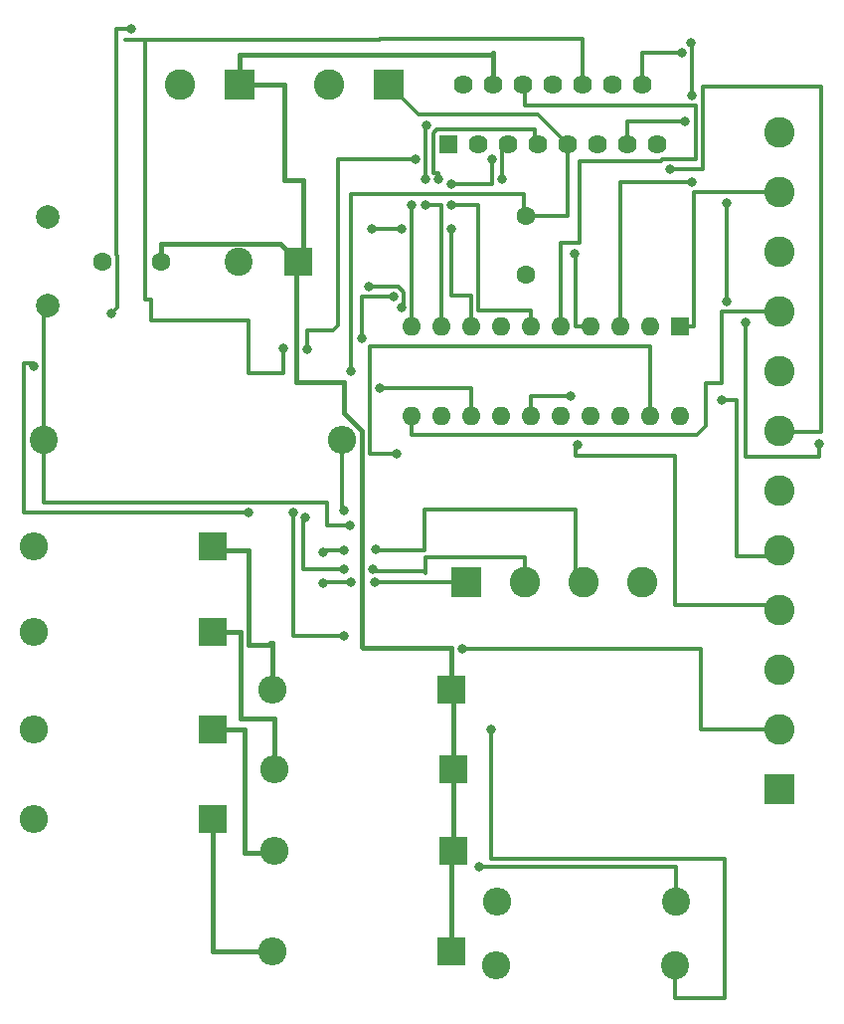
<source format=gbr>
%TF.GenerationSoftware,KiCad,Pcbnew,(6.0.6)*%
%TF.CreationDate,2022-07-15T00:25:02-04:00*%
%TF.ProjectId,Two Phase Bipolar Stepper Motor,54776f20-5068-4617-9365-204269706f6c,#1*%
%TF.SameCoordinates,Original*%
%TF.FileFunction,Copper,L1,Top*%
%TF.FilePolarity,Positive*%
%FSLAX46Y46*%
G04 Gerber Fmt 4.6, Leading zero omitted, Abs format (unit mm)*
G04 Created by KiCad (PCBNEW (6.0.6)) date 2022-07-15 00:25:02*
%MOMM*%
%LPD*%
G01*
G04 APERTURE LIST*
%TA.AperFunction,ComponentPad*%
%ADD10O,2.400000X2.400000*%
%TD*%
%TA.AperFunction,ComponentPad*%
%ADD11R,2.400000X2.400000*%
%TD*%
%TA.AperFunction,ComponentPad*%
%ADD12R,2.600000X2.600000*%
%TD*%
%TA.AperFunction,ComponentPad*%
%ADD13C,2.600000*%
%TD*%
%TA.AperFunction,ComponentPad*%
%ADD14C,2.400000*%
%TD*%
%TA.AperFunction,ComponentPad*%
%ADD15R,1.600000X1.600000*%
%TD*%
%TA.AperFunction,ComponentPad*%
%ADD16O,1.600000X1.600000*%
%TD*%
%TA.AperFunction,ComponentPad*%
%ADD17C,1.600000*%
%TD*%
%TA.AperFunction,ComponentPad*%
%ADD18C,2.000000*%
%TD*%
%TA.AperFunction,ComponentPad*%
%ADD19R,1.620000X1.620000*%
%TD*%
%TA.AperFunction,ComponentPad*%
%ADD20C,1.620000*%
%TD*%
%TA.AperFunction,ViaPad*%
%ADD21C,0.800000*%
%TD*%
%TA.AperFunction,Conductor*%
%ADD22C,0.300000*%
%TD*%
%TA.AperFunction,Conductor*%
%ADD23C,0.400000*%
%TD*%
G04 APERTURE END LIST*
D10*
%TO.P,D4,2,A*%
%TO.N,Net-(D4-Pad2)*%
X218230000Y-117500000D03*
D11*
%TO.P,D4,1,K*%
%TO.N,VS*%
X233470000Y-117500000D03*
%TD*%
%TO.P,D6,1,K*%
%TO.N,Net-(D6-Pad1)*%
X213150000Y-120830000D03*
D10*
%TO.P,D6,2,A*%
%TO.N,GND*%
X197910000Y-120830000D03*
%TD*%
D12*
%TO.P,J3,1,Pin_1*%
%TO.N,GND*%
X261417000Y-125984000D03*
D13*
%TO.P,J3,2,Pin_2*%
%TO.N,/HALF*%
X261417000Y-120904000D03*
%TO.P,J3,3,Pin_3*%
%TO.N,/HOME*%
X261417000Y-115824000D03*
%TO.P,J3,4,Pin_4*%
%TO.N,/Vref*%
X261417000Y-110744000D03*
%TO.P,J3,5,Pin_5*%
%TO.N,/CLK*%
X261417000Y-105664000D03*
%TO.P,J3,6,Pin_6*%
%TO.N,/CW*%
X261417000Y-100584000D03*
%TO.P,J3,7,Pin_7*%
%TO.N,/ENA*%
X261417000Y-95504000D03*
%TO.P,J3,8,Pin_8*%
%TO.N,/RESET*%
X261417000Y-90424000D03*
%TO.P,J3,9,Pin_9*%
%TO.N,/CTRL*%
X261417000Y-85344000D03*
%TO.P,J3,10,Pin_10*%
%TO.N,/OSC*%
X261417000Y-80264000D03*
%TO.P,J3,11,Pin_11*%
%TO.N,/SYNC*%
X261417000Y-75184000D03*
%TO.P,J3,12,Pin_12*%
%TO.N,unconnected-(J3-Pad12)*%
X261417000Y-70104000D03*
%TD*%
D10*
%TO.P,RS1,2*%
%TO.N,GND*%
X237280000Y-140950000D03*
D14*
%TO.P,RS1,1*%
%TO.N,/RS1*%
X252520000Y-140950000D03*
%TD*%
D12*
%TO.P,J2,1,Pin_1*%
%TO.N,VSS*%
X228092000Y-66040000D03*
D13*
%TO.P,J2,2,Pin_2*%
%TO.N,GND*%
X223012000Y-66040000D03*
%TD*%
D11*
%TO.P,D7,1,K*%
%TO.N,Net-(D3-Pad2)*%
X213150000Y-112575000D03*
D10*
%TO.P,D7,2,A*%
%TO.N,GND*%
X197910000Y-112575000D03*
%TD*%
D14*
%TO.P,C4,2*%
%TO.N,GND*%
X215356000Y-81050000D03*
D11*
%TO.P,C4,1*%
%TO.N,VS*%
X220356000Y-81050000D03*
%TD*%
D10*
%TO.P,R1,2*%
%TO.N,VSS*%
X224100000Y-96200000D03*
D14*
%TO.P,R1,1*%
%TO.N,/OSC*%
X198700000Y-96200000D03*
%TD*%
D10*
%TO.P,D1,2,A*%
%TO.N,Net-(D5-Pad1)*%
X218230000Y-139750000D03*
D11*
%TO.P,D1,1,K*%
%TO.N,VS*%
X233470000Y-139750000D03*
%TD*%
D15*
%TO.P,U1,1,SYNC*%
%TO.N,/SYNC*%
X252900000Y-86600000D03*
D16*
%TO.P,U1,2,GND*%
%TO.N,GND*%
X250360000Y-86600000D03*
%TO.P,U1,3,HOME*%
%TO.N,/HOME*%
X247820000Y-86600000D03*
%TO.P,U1,4,A*%
%TO.N,Net-(U2-Pad5)*%
X245280000Y-86600000D03*
%TO.P,U1,5,INH1*%
%TO.N,Net-(U2-Pad6)*%
X242740000Y-86600000D03*
%TO.P,U1,6,B*%
%TO.N,Net-(U2-Pad7)*%
X240200000Y-86600000D03*
%TO.P,U1,7,C*%
%TO.N,Net-(U2-Pad10)*%
X237660000Y-86600000D03*
%TO.P,U1,8,INH2*%
%TO.N,Net-(U2-Pad11)*%
X235120000Y-86600000D03*
%TO.P,U1,9,D*%
%TO.N,Net-(U2-Pad12)*%
X232580000Y-86600000D03*
%TO.P,U1,10,ENABLE*%
%TO.N,/ENA*%
X230040000Y-86600000D03*
%TO.P,U1,11,CONTROL*%
%TO.N,/CTRL*%
X230040000Y-94220000D03*
%TO.P,U1,12,Vs*%
%TO.N,VSS*%
X232580000Y-94220000D03*
%TO.P,U1,13,SENS2*%
%TO.N,/RS2*%
X235120000Y-94220000D03*
%TO.P,U1,14,SENS1*%
%TO.N,/RS1*%
X237660000Y-94220000D03*
%TO.P,U1,15,Vref*%
%TO.N,/Vref*%
X240200000Y-94220000D03*
%TO.P,U1,16,OSC*%
%TO.N,/OSC*%
X242740000Y-94220000D03*
%TO.P,U1,17,CW*%
%TO.N,/CW*%
X245280000Y-94220000D03*
%TO.P,U1,18,CLOCK*%
%TO.N,/CLK*%
X247820000Y-94220000D03*
%TO.P,U1,19,HALF*%
%TO.N,/HALF*%
X250360000Y-94220000D03*
%TO.P,U1,20,RESET*%
%TO.N,/RESET*%
X252900000Y-94220000D03*
%TD*%
D14*
%TO.P,RS2,1*%
%TO.N,/RS2*%
X252570000Y-135550000D03*
D10*
%TO.P,RS2,2*%
%TO.N,GND*%
X237330000Y-135550000D03*
%TD*%
%TO.P,D8,2,A*%
%TO.N,GND*%
X197910000Y-105300000D03*
D11*
%TO.P,D8,1,K*%
%TO.N,Net-(D4-Pad2)*%
X213150000Y-105300000D03*
%TD*%
D17*
%TO.P,C3,1*%
%TO.N,VS*%
X208712000Y-81050000D03*
%TO.P,C3,2*%
%TO.N,GND*%
X203712000Y-81050000D03*
%TD*%
%TO.P,C2,1*%
%TO.N,VSS*%
X239750000Y-77150000D03*
%TO.P,C2,2*%
%TO.N,GND*%
X239750000Y-82150000D03*
%TD*%
D13*
%TO.P,J1,2,Pin_2*%
%TO.N,GND*%
X210312000Y-66040000D03*
D12*
%TO.P,J1,1,Pin_1*%
%TO.N,VS*%
X215392000Y-66040000D03*
%TD*%
%TO.P,J4,1,Pin_1*%
%TO.N,Net-(U2-Pad2)*%
X234700000Y-108305000D03*
D13*
%TO.P,J4,2,Pin_2*%
%TO.N,Net-(U2-Pad3)*%
X239700000Y-108305000D03*
%TO.P,J4,3,Pin_3*%
%TO.N,Net-(U2-Pad13)*%
X244700000Y-108305000D03*
%TO.P,J4,4,Pin_4*%
%TO.N,Net-(U2-Pad14)*%
X249700000Y-108305000D03*
%TD*%
D11*
%TO.P,D5,1,K*%
%TO.N,Net-(D5-Pad1)*%
X213150000Y-128450000D03*
D10*
%TO.P,D5,2,A*%
%TO.N,GND*%
X197910000Y-128450000D03*
%TD*%
%TO.P,D2,2,A*%
%TO.N,Net-(D6-Pad1)*%
X218330000Y-131200000D03*
D11*
%TO.P,D2,1,K*%
%TO.N,VS*%
X233570000Y-131200000D03*
%TD*%
D18*
%TO.P,C1,1*%
%TO.N,/OSC*%
X199100000Y-84800000D03*
%TO.P,C1,2*%
%TO.N,GND*%
X199100000Y-77300000D03*
%TD*%
D19*
%TO.P,U2,1,CS_A*%
%TO.N,/RS1*%
X233172000Y-71120000D03*
D20*
%TO.P,U2,2,OUT1*%
%TO.N,Net-(U2-Pad2)*%
X234442000Y-66040000D03*
%TO.P,U2,3,OUT2*%
%TO.N,Net-(U2-Pad3)*%
X235712000Y-71120000D03*
%TO.P,U2,4,VS*%
%TO.N,VS*%
X236982000Y-66040000D03*
%TO.P,U2,5,IN1*%
%TO.N,Net-(U2-Pad5)*%
X238252000Y-71120000D03*
%TO.P,U2,6,EN_A*%
%TO.N,Net-(U2-Pad6)*%
X239522000Y-66040000D03*
%TO.P,U2,7,IN2*%
%TO.N,Net-(U2-Pad7)*%
X240792000Y-71120000D03*
%TO.P,U2,8,GND*%
%TO.N,GND*%
X242062000Y-66040000D03*
%TO.P,U2,9,VSS*%
%TO.N,VSS*%
X243332000Y-71120000D03*
%TO.P,U2,10,IN3*%
%TO.N,Net-(U2-Pad10)*%
X244602000Y-66040000D03*
%TO.P,U2,11,EN_B*%
%TO.N,Net-(U2-Pad11)*%
X245872000Y-71120000D03*
%TO.P,U2,12,IN4*%
%TO.N,Net-(U2-Pad12)*%
X247142000Y-66040000D03*
%TO.P,U2,13,OUT3*%
%TO.N,Net-(U2-Pad13)*%
X248412000Y-71120000D03*
%TO.P,U2,14,OUT4*%
%TO.N,Net-(U2-Pad14)*%
X249682000Y-66040000D03*
%TO.P,U2,15,CS_B*%
%TO.N,/RS2*%
X250952000Y-71120000D03*
%TD*%
D10*
%TO.P,D3,2,A*%
%TO.N,Net-(D3-Pad2)*%
X218330000Y-124250000D03*
D11*
%TO.P,D3,1,K*%
%TO.N,VS*%
X233570000Y-124250000D03*
%TD*%
D21*
%TO.N,Net-(U2-Pad5)*%
X237759500Y-74059500D03*
X243973568Y-80359500D03*
%TO.N,Net-(U2-Pad13)*%
X253300000Y-69150000D03*
X253900000Y-66890500D03*
X253851851Y-62420086D03*
X206200000Y-61290500D03*
X204464962Y-85510137D03*
X222530500Y-105800000D03*
X224300000Y-105650000D03*
X197840500Y-89959500D03*
X227000000Y-105550000D03*
X216200000Y-102409500D03*
%TO.N,Net-(U2-Pad7)*%
X233450000Y-76209500D03*
X232359503Y-74059500D03*
%TO.N,Net-(U2-Pad11)*%
X229180500Y-78250000D03*
X233439500Y-78250000D03*
X226690500Y-78300000D03*
%TO.N,Net-(U2-Pad14)*%
X253063762Y-63279586D03*
%TO.N,Net-(U2-Pad10)*%
X229180500Y-84962942D03*
X226400000Y-83190500D03*
X219090500Y-88450000D03*
%TO.N,Net-(U2-Pad3)*%
X221159500Y-88559500D03*
X220976189Y-102831318D03*
X224249500Y-107250000D03*
X230390500Y-72340500D03*
X226719500Y-107205280D03*
%TO.N,Net-(U2-Pad2)*%
X222530500Y-108400000D03*
X226900000Y-108300000D03*
X224900500Y-108350000D03*
%TO.N,/RS2*%
X228550000Y-84050000D03*
X236900000Y-72340500D03*
X233450000Y-74450000D03*
X225850000Y-87559500D03*
%TO.N,/RS1*%
X219950000Y-102409500D03*
X224249500Y-112900000D03*
X236800000Y-120850000D03*
%TO.N,/RS2*%
X235800000Y-132550000D03*
X227359500Y-91790500D03*
%TO.N,Net-(U2-Pad12)*%
X231250000Y-74059500D03*
X231250000Y-76209500D03*
X231350000Y-69439500D03*
%TO.N,/HALF*%
X228800000Y-97409500D03*
X234359500Y-114000450D03*
%TO.N,/HOME*%
X253959500Y-74336061D03*
X256850000Y-76043500D03*
X256850000Y-84484500D03*
X258500000Y-86203500D03*
X264800000Y-96550000D03*
%TO.N,/Vref*%
X243599500Y-92500000D03*
X244150000Y-96688517D03*
%TO.N,/CLK*%
X256440500Y-92850000D03*
%TO.N,/ENA*%
X252050000Y-73200000D03*
X230050000Y-76250000D03*
%TO.N,/OSC*%
X224800000Y-103500000D03*
%TO.N,VSS*%
X224850000Y-90390500D03*
X224250000Y-102250000D03*
%TD*%
D22*
%TO.N,VSS*%
X243332000Y-77150000D02*
X239750000Y-77150000D01*
X243332000Y-71120000D02*
X243332000Y-77150000D01*
%TO.N,Net-(U2-Pad5)*%
X237759500Y-71120000D02*
X238252000Y-71120000D01*
X237759500Y-74059500D02*
X237759500Y-71120000D01*
X244000000Y-86600000D02*
X244000000Y-80359500D01*
X244000000Y-80359500D02*
X243973568Y-80359500D01*
X245280000Y-86600000D02*
X244000000Y-86600000D01*
%TO.N,VSS*%
X239600000Y-77150000D02*
X239750000Y-77150000D01*
X239600000Y-75350000D02*
X239600000Y-77150000D01*
X224850000Y-75350000D02*
X239600000Y-75350000D01*
X224850000Y-90390500D02*
X224850000Y-75350000D01*
%TO.N,Net-(U2-Pad13)*%
X248412000Y-69150000D02*
X248412000Y-71120000D01*
X253300000Y-69150000D02*
X248412000Y-69150000D01*
X253923762Y-62491997D02*
X253923762Y-66890500D01*
X253851851Y-62420086D02*
X253923762Y-62491997D01*
X253923762Y-66890500D02*
X253900000Y-66890500D01*
%TO.N,Net-(U2-Pad6)*%
X242740000Y-79500000D02*
X242740000Y-86600000D01*
X244400000Y-79500000D02*
X242740000Y-79500000D01*
X244400000Y-72500000D02*
X244400000Y-79500000D01*
X251300000Y-72500000D02*
X244400000Y-72500000D01*
X251300000Y-72400000D02*
X251300000Y-72500000D01*
X254240000Y-72350000D02*
X253500000Y-72350000D01*
X254240000Y-67750000D02*
X254240000Y-72350000D01*
X239700000Y-67750000D02*
X254240000Y-67750000D01*
X239700000Y-66040000D02*
X239700000Y-67750000D01*
X253500000Y-72350000D02*
X253490000Y-72340000D01*
X251360000Y-72340000D02*
X251300000Y-72400000D01*
X239522000Y-66040000D02*
X239700000Y-66040000D01*
X253490000Y-72340000D02*
X251360000Y-72340000D01*
%TO.N,Net-(U2-Pad13)*%
X204905925Y-80462015D02*
X204905925Y-61290500D01*
X204972000Y-80528090D02*
X204905925Y-80462015D01*
X204972000Y-85003099D02*
X204972000Y-80528090D01*
X204464962Y-85510137D02*
X204972000Y-85003099D01*
X197840500Y-89700000D02*
X197840500Y-89959500D01*
X197000000Y-89700000D02*
X197840500Y-89700000D01*
X204905925Y-61290500D02*
X206200000Y-61290500D01*
X216200000Y-102409500D02*
X197000000Y-102409500D01*
X222680500Y-105650000D02*
X222530500Y-105800000D01*
X224300000Y-105650000D02*
X222680500Y-105650000D01*
X197000000Y-102409500D02*
X197000000Y-89700000D01*
X231150000Y-105640000D02*
X227000000Y-105640000D01*
X231150000Y-102150000D02*
X231150000Y-105640000D01*
X244050000Y-102150000D02*
X231150000Y-102150000D01*
X244050000Y-108305000D02*
X244050000Y-102150000D01*
X227000000Y-105640000D02*
X227000000Y-105550000D01*
X244700000Y-108305000D02*
X244050000Y-108305000D01*
%TO.N,Net-(U2-Pad7)*%
X240200000Y-85200000D02*
X240200000Y-86600000D01*
X235730000Y-83480000D02*
X235730000Y-85200000D01*
X235700000Y-83450000D02*
X235730000Y-83480000D01*
X235700000Y-76209500D02*
X235700000Y-83450000D01*
X233450000Y-76209500D02*
X235700000Y-76209500D01*
X235730000Y-85200000D02*
X240200000Y-85200000D01*
X231928362Y-73521638D02*
X232359503Y-73521638D01*
X231900000Y-70105724D02*
X231900000Y-73493276D01*
X232205724Y-69800000D02*
X231900000Y-70105724D01*
X232650000Y-69800000D02*
X232205724Y-69800000D01*
X240550000Y-69800000D02*
X232650000Y-69800000D01*
X232359503Y-73521638D02*
X232359503Y-74059500D01*
X240550000Y-69850000D02*
X240550000Y-69800000D01*
X231900000Y-73493276D02*
X231928362Y-73521638D01*
X240550000Y-71120000D02*
X240550000Y-69850000D01*
X240792000Y-71120000D02*
X240550000Y-71120000D01*
%TO.N,Net-(U2-Pad11)*%
X235120000Y-83950000D02*
X235120000Y-86600000D01*
X233439500Y-83950000D02*
X235120000Y-83950000D01*
X233439500Y-78250000D02*
X233439500Y-83950000D01*
X229130500Y-78300000D02*
X229180500Y-78250000D01*
X226690500Y-78300000D02*
X229130500Y-78300000D01*
%TO.N,Net-(U2-Pad14)*%
X249682000Y-63279586D02*
X249682000Y-66040000D01*
X253063762Y-63279586D02*
X249682000Y-63279586D01*
%TO.N,Net-(U2-Pad10)*%
X229410000Y-84962942D02*
X229180500Y-84962942D01*
X229410000Y-83693776D02*
X229410000Y-84962942D01*
X228906724Y-83190500D02*
X229410000Y-83693776D01*
X226400000Y-83190500D02*
X228906724Y-83190500D01*
X219090500Y-90550000D02*
X219090500Y-88450000D01*
X216200000Y-90550000D02*
X219090500Y-90550000D01*
X207750000Y-84250000D02*
X207900000Y-84250000D01*
X207900000Y-86100000D02*
X216200000Y-86100000D01*
X207350000Y-84250000D02*
X207750000Y-84250000D01*
X216200000Y-86100000D02*
X216200000Y-90550000D01*
X207350000Y-81000000D02*
X207350000Y-84250000D01*
X207900000Y-84250000D02*
X207900000Y-86100000D01*
X207350000Y-62150000D02*
X207350000Y-81000000D01*
X205700000Y-62150000D02*
X207350000Y-62150000D01*
X227350000Y-62100000D02*
X227350000Y-62150000D01*
X239650000Y-62100000D02*
X227350000Y-62100000D01*
X244602000Y-62100000D02*
X239650000Y-62100000D01*
X227350000Y-62150000D02*
X205700000Y-62150000D01*
X244602000Y-66040000D02*
X244602000Y-62100000D01*
%TO.N,Net-(U2-Pad3)*%
X223800000Y-72340500D02*
X230390500Y-72340500D01*
X223800000Y-73050000D02*
X223800000Y-72340500D01*
X223800000Y-86500000D02*
X223800000Y-73050000D01*
X223350000Y-86950000D02*
X223800000Y-86500000D01*
X221159500Y-88559500D02*
X221159500Y-86950000D01*
X220800000Y-102831318D02*
X220976189Y-102831318D01*
X224249500Y-107250000D02*
X220800000Y-107250000D01*
X221159500Y-86950000D02*
X223350000Y-86950000D01*
X220800000Y-107250000D02*
X220800000Y-102831318D01*
X226750000Y-107205280D02*
X226719500Y-107205280D01*
X226750000Y-107440000D02*
X226750000Y-107205280D01*
X231090000Y-107440000D02*
X226750000Y-107440000D01*
X231250000Y-107600000D02*
X231090000Y-107440000D01*
X231250000Y-106250000D02*
X231250000Y-107600000D01*
X239700000Y-106250000D02*
X231250000Y-106250000D01*
X239700000Y-108305000D02*
X239700000Y-106250000D01*
%TO.N,Net-(U2-Pad2)*%
X224900500Y-108350000D02*
X222580500Y-108350000D01*
X226900000Y-108305000D02*
X226900000Y-108300000D01*
X222580500Y-108350000D02*
X222530500Y-108400000D01*
X234700000Y-108305000D02*
X226900000Y-108305000D01*
%TO.N,/RS2*%
X225850000Y-84050000D02*
X225850000Y-87559500D01*
X228550000Y-84050000D02*
X225850000Y-84050000D01*
X236900000Y-74450000D02*
X233450000Y-74450000D01*
X236900000Y-72340500D02*
X236900000Y-74450000D01*
%TO.N,/RS1*%
X219950000Y-112900000D02*
X219950000Y-102409500D01*
X224249500Y-112900000D02*
X219950000Y-112900000D01*
X236800000Y-131900000D02*
X236800000Y-120850000D01*
X237150000Y-131900000D02*
X236800000Y-131900000D01*
X256750000Y-131900000D02*
X237150000Y-131900000D01*
X256750000Y-143050000D02*
X256750000Y-131900000D01*
X256750000Y-143700000D02*
X256750000Y-143050000D01*
X252450000Y-143700000D02*
X256750000Y-143700000D01*
X252520000Y-140950000D02*
X252450000Y-140950000D01*
X252450000Y-140950000D02*
X252450000Y-143700000D01*
%TO.N,/RS2*%
X252570000Y-132550000D02*
X252570000Y-135550000D01*
X235800000Y-132550000D02*
X252570000Y-132550000D01*
X235120000Y-91790500D02*
X227359500Y-91790500D01*
X235120000Y-94220000D02*
X235120000Y-91790500D01*
D23*
%TO.N,VS*%
X220250000Y-81156000D02*
X220356000Y-81050000D01*
X220250000Y-91300000D02*
X220250000Y-81156000D01*
X224250000Y-93931694D02*
X224250000Y-91300000D01*
X225810000Y-95491694D02*
X224250000Y-93931694D01*
X225900000Y-113950000D02*
X225810000Y-113860000D01*
X233450000Y-113950000D02*
X225900000Y-113950000D01*
X233450000Y-117500000D02*
X233450000Y-113950000D01*
X225810000Y-113860000D02*
X225810000Y-95491694D01*
X224250000Y-91300000D02*
X220250000Y-91300000D01*
X233470000Y-117500000D02*
X233450000Y-117500000D01*
D22*
%TO.N,Net-(U2-Pad12)*%
X231250000Y-74059500D02*
X231250000Y-69439500D01*
X231250000Y-69439500D02*
X231350000Y-69439500D01*
X232580000Y-76209500D02*
X231250000Y-76209500D01*
X232580000Y-86600000D02*
X232580000Y-76209500D01*
%TO.N,/HALF*%
X250360000Y-88300000D02*
X250360000Y-94220000D01*
X226500000Y-88300000D02*
X250360000Y-88300000D01*
X226500000Y-97409500D02*
X226500000Y-88300000D01*
X228800000Y-97409500D02*
X226500000Y-97409500D01*
X254650000Y-120904000D02*
X254650000Y-114000000D01*
X234359500Y-114000000D02*
X234359500Y-114000450D01*
X261417000Y-120904000D02*
X254650000Y-120904000D01*
X254650000Y-114000000D02*
X234359500Y-114000000D01*
%TO.N,/HOME*%
X247820000Y-74336061D02*
X247820000Y-86600000D01*
X253959500Y-74336061D02*
X247820000Y-74336061D01*
X256850000Y-84484500D02*
X256850000Y-76043500D01*
X258500000Y-97650000D02*
X258500000Y-86203500D01*
X264800000Y-97650000D02*
X258600000Y-97650000D01*
X258600000Y-97650000D02*
X258500000Y-97650000D01*
X264800000Y-96550000D02*
X264800000Y-97650000D01*
%TO.N,/CLK*%
X257700000Y-106100000D02*
X261417000Y-106100000D01*
X257700000Y-92850000D02*
X257700000Y-106100000D01*
X256440500Y-92850000D02*
X257700000Y-92850000D01*
X261417000Y-106100000D02*
X261417000Y-105664000D01*
%TO.N,/Vref*%
X240200000Y-92500000D02*
X240200000Y-94220000D01*
X244000000Y-96688517D02*
X244150000Y-96688517D01*
X252450000Y-97550000D02*
X244000000Y-97550000D01*
X252450000Y-97700000D02*
X252450000Y-97550000D01*
X253350000Y-110300000D02*
X252450000Y-110300000D01*
X243599500Y-92500000D02*
X240200000Y-92500000D01*
X244000000Y-97550000D02*
X244000000Y-96688517D01*
X261417000Y-110300000D02*
X253350000Y-110300000D01*
X252450000Y-110300000D02*
X252450000Y-97700000D01*
X261417000Y-110744000D02*
X261417000Y-110300000D01*
%TO.N,/ENA*%
X261417000Y-95550000D02*
X261417000Y-95504000D01*
X264900000Y-95550000D02*
X261417000Y-95550000D01*
X254850000Y-66200000D02*
X264900000Y-66200000D01*
X254850000Y-73200000D02*
X254850000Y-66200000D01*
X252050000Y-73200000D02*
X254850000Y-73200000D01*
X230040000Y-76250000D02*
X230050000Y-76250000D01*
X230040000Y-86600000D02*
X230040000Y-76250000D01*
X264900000Y-66200000D02*
X264900000Y-95550000D01*
%TO.N,/CTRL*%
X230040000Y-95829017D02*
X230040000Y-94220000D01*
X254370983Y-95829017D02*
X230040000Y-95829017D01*
X255150000Y-95050000D02*
X254370983Y-95829017D01*
X255150000Y-91400000D02*
X255150000Y-95050000D01*
X256450000Y-91400000D02*
X255150000Y-91400000D01*
X256450000Y-85344000D02*
X256450000Y-91400000D01*
X261417000Y-85344000D02*
X256450000Y-85344000D01*
%TO.N,/SYNC*%
X254100000Y-86600000D02*
X252900000Y-86600000D01*
X254100000Y-75184000D02*
X254100000Y-86600000D01*
X261417000Y-75184000D02*
X254100000Y-75184000D01*
%TO.N,/OSC*%
X222850000Y-103500000D02*
X224800000Y-103500000D01*
X222850000Y-101650000D02*
X222850000Y-103500000D01*
X209050000Y-101550000D02*
X222850000Y-101550000D01*
X222850000Y-101550000D02*
X222850000Y-101650000D01*
X198700000Y-101550000D02*
X209050000Y-101550000D01*
X198700000Y-96200000D02*
X198700000Y-101550000D01*
X198700000Y-84800000D02*
X198700000Y-96200000D01*
X199100000Y-84800000D02*
X198700000Y-84800000D01*
D23*
%TO.N,Net-(D4-Pad2)*%
X218000000Y-113500000D02*
X218230000Y-113500000D01*
X218000000Y-113700000D02*
X218000000Y-113500000D01*
X218230000Y-113500000D02*
X218230000Y-117500000D01*
X216200000Y-113700000D02*
X218000000Y-113700000D01*
X216200000Y-105590000D02*
X216200000Y-113700000D01*
X213150000Y-105590000D02*
X216200000Y-105590000D01*
%TO.N,Net-(D3-Pad2)*%
X218330000Y-119950000D02*
X218330000Y-124250000D01*
X215450000Y-119950000D02*
X218330000Y-119950000D01*
X215450000Y-112575000D02*
X215450000Y-119950000D01*
X213150000Y-112575000D02*
X215450000Y-112575000D01*
%TO.N,Net-(D6-Pad1)*%
X218330000Y-131400000D02*
X218330000Y-131200000D01*
X215800000Y-131400000D02*
X218330000Y-131400000D01*
X215800000Y-120830000D02*
X215800000Y-131400000D01*
X213150000Y-120830000D02*
X215800000Y-120830000D01*
%TO.N,Net-(D5-Pad1)*%
X213150000Y-139750000D02*
X218230000Y-139750000D01*
X213150000Y-128450000D02*
X213150000Y-139750000D01*
D22*
%TO.N,VSS*%
X224100000Y-102250000D02*
X224250000Y-102250000D01*
X224100000Y-96200000D02*
X224100000Y-102250000D01*
X240792000Y-68580000D02*
X243332000Y-71120000D01*
X228092000Y-66040000D02*
X230632000Y-68580000D01*
X230632000Y-68580000D02*
X240792000Y-68580000D01*
D23*
%TO.N,VS*%
X208712000Y-79550000D02*
X208712000Y-81050000D01*
X218856000Y-79550000D02*
X208712000Y-79550000D01*
X220356000Y-81050000D02*
X218856000Y-79550000D01*
X233570000Y-117500000D02*
X233470000Y-117500000D01*
X233570000Y-124250000D02*
X233570000Y-117500000D01*
X233570000Y-131200000D02*
X233570000Y-124250000D01*
X233470000Y-131200000D02*
X233570000Y-131200000D01*
X233470000Y-139750000D02*
X233470000Y-131200000D01*
X236950000Y-63300000D02*
X236982000Y-63300000D01*
X236982000Y-63300000D02*
X236982000Y-66040000D01*
X236950000Y-63450000D02*
X236950000Y-63300000D01*
X215392000Y-63450000D02*
X236950000Y-63450000D01*
X215392000Y-66040000D02*
X215392000Y-63450000D01*
X220850000Y-81050000D02*
X220356000Y-81050000D01*
X220850000Y-74150000D02*
X220850000Y-81050000D01*
X215392000Y-66040000D02*
X219250000Y-66040000D01*
X219250000Y-66040000D02*
X219250000Y-74150000D01*
X219250000Y-74150000D02*
X220850000Y-74150000D01*
%TD*%
M02*

</source>
